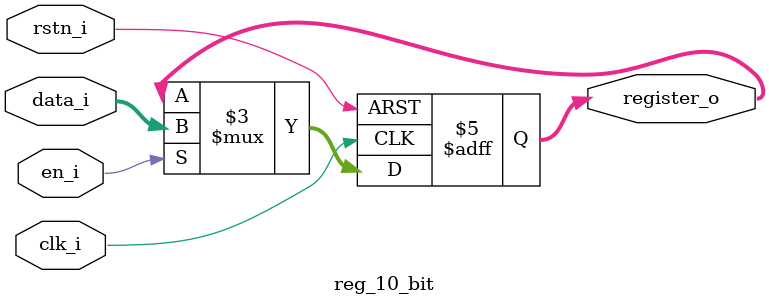
<source format=v>
module reg_10_bit(
    input      [9:0] data_i,             
    input            clk_i,           
    input            rstn_i,           
    input            en_i,            
    output reg [9:0] register_o       
    );
  
    
  always @( posedge clk_i or negedge rstn_i ) begin
      if ( !rstn_i ) register_o <= 0;
      else if ( en_i ) register_o <= data_i;
  end 
  
endmodule
</source>
